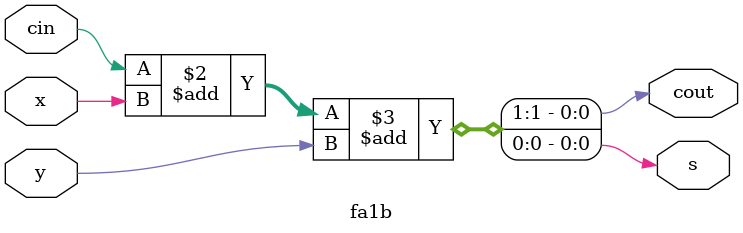
<source format=v>
module fa1b (cin, x, y, cout, s);
  
  input cin, x, y;
  output cout, s;
  reg cout, s; // variables in always need to be declared
  
  /*
  // gate level description
  and(m, cin, x);
  and(n, x, y);
  and(p, y, cin);
  or(cout, m, n, p);
  xor(s, cin, x, y);
  */
  
  /*
  // data-flow level description
  assign cout = (cout & x) | (x & y) | (y & cin); // &: And, |: Or
  assign s = cin ^ x ^ y; // ^: exclusive OR
  */
  
  // behavior level description
  always@(cin, x, y)
  {cout, s} = cin + x + y;
  
  // ???????QQ
endmodule

</source>
